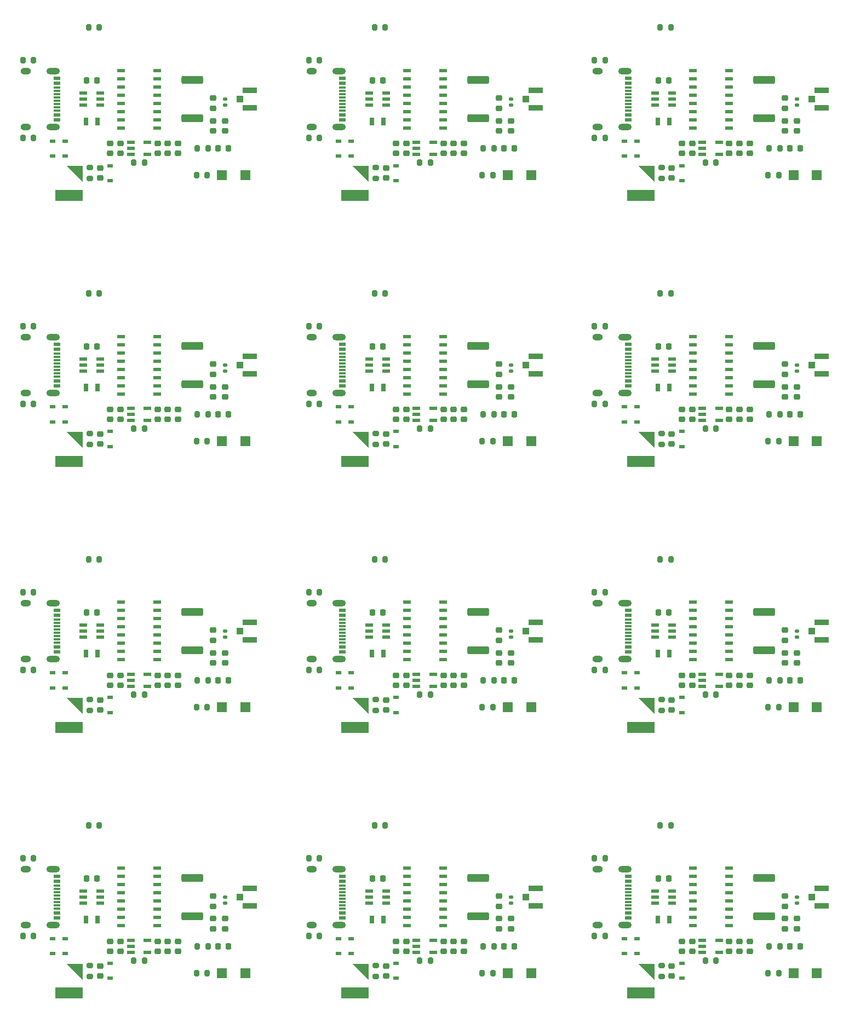
<source format=gtp>
%TF.GenerationSoftware,KiCad,Pcbnew,9.0.1*%
%TF.CreationDate,2025-04-15T12:31:11-06:00*%
%TF.ProjectId,SparkFun_GNSS_DAN-F10N_panelized,53706172-6b46-4756-9e5f-474e53535f44,rev?*%
%TF.SameCoordinates,Original*%
%TF.FileFunction,Paste,Top*%
%TF.FilePolarity,Positive*%
%FSLAX46Y46*%
G04 Gerber Fmt 4.6, Leading zero omitted, Abs format (unit mm)*
G04 Created by KiCad (PCBNEW 9.0.1) date 2025-04-15 12:31:11*
%MOMM*%
%LPD*%
G01*
G04 APERTURE LIST*
G04 Aperture macros list*
%AMRoundRect*
0 Rectangle with rounded corners*
0 $1 Rounding radius*
0 $2 $3 $4 $5 $6 $7 $8 $9 X,Y pos of 4 corners*
0 Add a 4 corners polygon primitive as box body*
4,1,4,$2,$3,$4,$5,$6,$7,$8,$9,$2,$3,0*
0 Add four circle primitives for the rounded corners*
1,1,$1+$1,$2,$3*
1,1,$1+$1,$4,$5*
1,1,$1+$1,$6,$7*
1,1,$1+$1,$8,$9*
0 Add four rect primitives between the rounded corners*
20,1,$1+$1,$2,$3,$4,$5,0*
20,1,$1+$1,$4,$5,$6,$7,0*
20,1,$1+$1,$6,$7,$8,$9,0*
20,1,$1+$1,$8,$9,$2,$3,0*%
G04 Aperture macros list end*
%ADD10C,0.000000*%
%ADD11RoundRect,0.200000X-0.275000X0.200000X-0.275000X-0.200000X0.275000X-0.200000X0.275000X0.200000X0*%
%ADD12R,1.500000X1.600000*%
%ADD13R,0.830000X0.630000*%
%ADD14RoundRect,0.225000X-0.250000X0.225000X-0.250000X-0.225000X0.250000X-0.225000X0.250000X0.225000X0*%
%ADD15R,1.200000X0.550000*%
%ADD16R,1.050000X1.000000*%
%ADD17R,2.200000X0.850000*%
%ADD18RoundRect,0.225000X0.250000X-0.225000X0.250000X0.225000X-0.250000X0.225000X-0.250000X-0.225000X0*%
%ADD19RoundRect,0.225000X-0.225000X-0.250000X0.225000X-0.250000X0.225000X0.250000X-0.225000X0.250000X0*%
%ADD20R,1.200000X0.600000*%
%ADD21RoundRect,0.200000X0.200000X0.275000X-0.200000X0.275000X-0.200000X-0.275000X0.200000X-0.275000X0*%
%ADD22RoundRect,0.250000X-1.425000X0.362500X-1.425000X-0.362500X1.425000X-0.362500X1.425000X0.362500X0*%
%ADD23R,0.800000X1.200000*%
%ADD24RoundRect,0.200000X-0.200000X-0.275000X0.200000X-0.275000X0.200000X0.275000X-0.200000X0.275000X0*%
%ADD25RoundRect,0.140000X0.170000X-0.140000X0.170000X0.140000X-0.170000X0.140000X-0.170000X-0.140000X0*%
%ADD26RoundRect,0.218750X0.218750X0.256250X-0.218750X0.256250X-0.218750X-0.256250X0.218750X-0.256250X0*%
%ADD27R,1.000000X0.300000*%
%ADD28R,1.000000X0.600000*%
%ADD29O,1.600000X1.000000*%
%ADD30O,2.100000X1.000000*%
G04 APERTURE END LIST*
D10*
%TO.C,BT1*%
G36*
X99971000Y130942145D02*
G01*
X97485645Y133427500D01*
X99971000Y133427500D01*
X99971000Y130942145D01*
G37*
G36*
X99966000Y128022500D02*
G01*
X95766000Y128022500D01*
X95766000Y129722500D01*
X99966000Y129722500D01*
X99966000Y128022500D01*
G37*
G36*
X99971000Y89802145D02*
G01*
X97485645Y92287500D01*
X99971000Y92287500D01*
X99971000Y89802145D01*
G37*
G36*
X99966000Y86882500D02*
G01*
X95766000Y86882500D01*
X95766000Y88582500D01*
X99966000Y88582500D01*
X99966000Y86882500D01*
G37*
G36*
X99971000Y48662145D02*
G01*
X97485645Y51147500D01*
X99971000Y51147500D01*
X99971000Y48662145D01*
G37*
G36*
X99966000Y45742500D02*
G01*
X95766000Y45742500D01*
X95766000Y47442500D01*
X99966000Y47442500D01*
X99966000Y45742500D01*
G37*
G36*
X99971000Y7522145D02*
G01*
X97485645Y10007500D01*
X99971000Y10007500D01*
X99971000Y7522145D01*
G37*
G36*
X99966000Y4602500D02*
G01*
X95766000Y4602500D01*
X95766000Y6302500D01*
X99966000Y6302500D01*
X99966000Y4602500D01*
G37*
G36*
X55783000Y130942145D02*
G01*
X53297645Y133427500D01*
X55783000Y133427500D01*
X55783000Y130942145D01*
G37*
G36*
X55778000Y128022500D02*
G01*
X51578000Y128022500D01*
X51578000Y129722500D01*
X55778000Y129722500D01*
X55778000Y128022500D01*
G37*
G36*
X55783000Y89802145D02*
G01*
X53297645Y92287500D01*
X55783000Y92287500D01*
X55783000Y89802145D01*
G37*
G36*
X55778000Y86882500D02*
G01*
X51578000Y86882500D01*
X51578000Y88582500D01*
X55778000Y88582500D01*
X55778000Y86882500D01*
G37*
G36*
X55783000Y48662145D02*
G01*
X53297645Y51147500D01*
X55783000Y51147500D01*
X55783000Y48662145D01*
G37*
G36*
X55778000Y45742500D02*
G01*
X51578000Y45742500D01*
X51578000Y47442500D01*
X55778000Y47442500D01*
X55778000Y45742500D01*
G37*
G36*
X55783000Y7522145D02*
G01*
X53297645Y10007500D01*
X55783000Y10007500D01*
X55783000Y7522145D01*
G37*
G36*
X55778000Y4602500D02*
G01*
X51578000Y4602500D01*
X51578000Y6302500D01*
X55778000Y6302500D01*
X55778000Y4602500D01*
G37*
G36*
X11595000Y130942145D02*
G01*
X9109645Y133427500D01*
X11595000Y133427500D01*
X11595000Y130942145D01*
G37*
G36*
X11590000Y128022500D02*
G01*
X7390000Y128022500D01*
X7390000Y129722500D01*
X11590000Y129722500D01*
X11590000Y128022500D01*
G37*
G36*
X11595000Y89802145D02*
G01*
X9109645Y92287500D01*
X11595000Y92287500D01*
X11595000Y89802145D01*
G37*
G36*
X11590000Y86882500D02*
G01*
X7390000Y86882500D01*
X7390000Y88582500D01*
X11590000Y88582500D01*
X11590000Y86882500D01*
G37*
G36*
X11595000Y48662145D02*
G01*
X9109645Y51147500D01*
X11595000Y51147500D01*
X11595000Y48662145D01*
G37*
G36*
X11590000Y45742500D02*
G01*
X7390000Y45742500D01*
X7390000Y47442500D01*
X11590000Y47442500D01*
X11590000Y45742500D01*
G37*
G36*
X11595000Y7522145D02*
G01*
X9109645Y10007500D01*
X11595000Y10007500D01*
X11595000Y7522145D01*
G37*
G36*
X11590000Y4602500D02*
G01*
X7390000Y4602500D01*
X7390000Y6302500D01*
X11590000Y6302500D01*
X11590000Y4602500D01*
G37*
%TD*%
D11*
%TO.C,R7*%
X101076000Y133135000D03*
X101076000Y131485000D03*
%TD*%
%TO.C,R7*%
X101076000Y91995000D03*
X101076000Y90345000D03*
%TD*%
%TO.C,R7*%
X101076000Y50855000D03*
X101076000Y49205000D03*
%TD*%
%TO.C,R7*%
X101076000Y9715000D03*
X101076000Y8065000D03*
%TD*%
%TO.C,R7*%
X56888000Y133135000D03*
X56888000Y131485000D03*
%TD*%
%TO.C,R7*%
X56888000Y91995000D03*
X56888000Y90345000D03*
%TD*%
%TO.C,R7*%
X56888000Y50855000D03*
X56888000Y49205000D03*
%TD*%
%TO.C,R7*%
X56888000Y9715000D03*
X56888000Y8065000D03*
%TD*%
%TO.C,R7*%
X12700000Y133135000D03*
X12700000Y131485000D03*
%TD*%
%TO.C,R7*%
X12700000Y91995000D03*
X12700000Y90345000D03*
%TD*%
%TO.C,R7*%
X12700000Y50855000D03*
X12700000Y49205000D03*
%TD*%
D12*
%TO.C,D6*%
X125101000Y131992500D03*
X121501000Y131992500D03*
%TD*%
%TO.C,D6*%
X125101000Y90852500D03*
X121501000Y90852500D03*
%TD*%
%TO.C,D6*%
X125101000Y49712500D03*
X121501000Y49712500D03*
%TD*%
%TO.C,D6*%
X125101000Y8572500D03*
X121501000Y8572500D03*
%TD*%
%TO.C,D6*%
X80913000Y131992500D03*
X77313000Y131992500D03*
%TD*%
%TO.C,D6*%
X80913000Y90852500D03*
X77313000Y90852500D03*
%TD*%
%TO.C,D6*%
X80913000Y49712500D03*
X77313000Y49712500D03*
%TD*%
%TO.C,D6*%
X80913000Y8572500D03*
X77313000Y8572500D03*
%TD*%
%TO.C,D6*%
X36725000Y131992500D03*
X33125000Y131992500D03*
%TD*%
%TO.C,D6*%
X36725000Y90852500D03*
X33125000Y90852500D03*
%TD*%
%TO.C,D6*%
X36725000Y49712500D03*
X33125000Y49712500D03*
%TD*%
D13*
%TO.C,D3*%
X95361000Y134970000D03*
X95361000Y137270000D03*
%TD*%
%TO.C,D3*%
X95361000Y93830000D03*
X95361000Y96130000D03*
%TD*%
%TO.C,D3*%
X95361000Y52690000D03*
X95361000Y54990000D03*
%TD*%
%TO.C,D3*%
X95361000Y11550000D03*
X95361000Y13850000D03*
%TD*%
%TO.C,D3*%
X51173000Y134970000D03*
X51173000Y137270000D03*
%TD*%
%TO.C,D3*%
X51173000Y93830000D03*
X51173000Y96130000D03*
%TD*%
%TO.C,D3*%
X51173000Y52690000D03*
X51173000Y54990000D03*
%TD*%
%TO.C,D3*%
X51173000Y11550000D03*
X51173000Y13850000D03*
%TD*%
%TO.C,D3*%
X6985000Y134970000D03*
X6985000Y137270000D03*
%TD*%
%TO.C,D3*%
X6985000Y93830000D03*
X6985000Y96130000D03*
%TD*%
%TO.C,D3*%
X6985000Y52690000D03*
X6985000Y54990000D03*
%TD*%
D14*
%TO.C,C17*%
X114728500Y136895000D03*
X114728500Y135345000D03*
%TD*%
%TO.C,C17*%
X114728500Y95755000D03*
X114728500Y94205000D03*
%TD*%
%TO.C,C17*%
X114728500Y54615000D03*
X114728500Y53065000D03*
%TD*%
%TO.C,C17*%
X114728500Y13475000D03*
X114728500Y11925000D03*
%TD*%
%TO.C,C17*%
X70540500Y136895000D03*
X70540500Y135345000D03*
%TD*%
%TO.C,C17*%
X70540500Y95755000D03*
X70540500Y94205000D03*
%TD*%
%TO.C,C17*%
X70540500Y54615000D03*
X70540500Y53065000D03*
%TD*%
%TO.C,C17*%
X70540500Y13475000D03*
X70540500Y11925000D03*
%TD*%
%TO.C,C17*%
X26352500Y136895000D03*
X26352500Y135345000D03*
%TD*%
%TO.C,C17*%
X26352500Y95755000D03*
X26352500Y94205000D03*
%TD*%
%TO.C,C17*%
X26352500Y54615000D03*
X26352500Y53065000D03*
%TD*%
D13*
%TO.C,D2*%
X97266000Y134970000D03*
X97266000Y137270000D03*
%TD*%
%TO.C,D2*%
X97266000Y93830000D03*
X97266000Y96130000D03*
%TD*%
%TO.C,D2*%
X97266000Y52690000D03*
X97266000Y54990000D03*
%TD*%
%TO.C,D2*%
X97266000Y11550000D03*
X97266000Y13850000D03*
%TD*%
%TO.C,D2*%
X53078000Y134970000D03*
X53078000Y137270000D03*
%TD*%
%TO.C,D2*%
X53078000Y93830000D03*
X53078000Y96130000D03*
%TD*%
%TO.C,D2*%
X53078000Y52690000D03*
X53078000Y54990000D03*
%TD*%
%TO.C,D2*%
X53078000Y11550000D03*
X53078000Y13850000D03*
%TD*%
%TO.C,D2*%
X8890000Y134970000D03*
X8890000Y137270000D03*
%TD*%
%TO.C,D2*%
X8890000Y93830000D03*
X8890000Y96130000D03*
%TD*%
%TO.C,D2*%
X8890000Y52690000D03*
X8890000Y54990000D03*
%TD*%
D14*
%TO.C,C14*%
X104251000Y136895000D03*
X104251000Y135345000D03*
%TD*%
%TO.C,C14*%
X104251000Y95755000D03*
X104251000Y94205000D03*
%TD*%
%TO.C,C14*%
X104251000Y54615000D03*
X104251000Y53065000D03*
%TD*%
%TO.C,C14*%
X104251000Y13475000D03*
X104251000Y11925000D03*
%TD*%
%TO.C,C14*%
X60063000Y136895000D03*
X60063000Y135345000D03*
%TD*%
%TO.C,C14*%
X60063000Y95755000D03*
X60063000Y94205000D03*
%TD*%
%TO.C,C14*%
X60063000Y54615000D03*
X60063000Y53065000D03*
%TD*%
%TO.C,C14*%
X60063000Y13475000D03*
X60063000Y11925000D03*
%TD*%
%TO.C,C14*%
X15875000Y136895000D03*
X15875000Y135345000D03*
%TD*%
%TO.C,C14*%
X15875000Y95755000D03*
X15875000Y94205000D03*
%TD*%
%TO.C,C14*%
X15875000Y54615000D03*
X15875000Y53065000D03*
%TD*%
D15*
%TO.C,U1*%
X102693600Y142790000D03*
X102693600Y143740000D03*
X102693600Y144690000D03*
X100093400Y144690000D03*
X100093500Y143740000D03*
X100093400Y142790000D03*
%TD*%
%TO.C,U1*%
X102693600Y101650000D03*
X102693600Y102600000D03*
X102693600Y103550000D03*
X100093400Y103550000D03*
X100093500Y102600000D03*
X100093400Y101650000D03*
%TD*%
%TO.C,U1*%
X102693600Y60510000D03*
X102693600Y61460000D03*
X102693600Y62410000D03*
X100093400Y62410000D03*
X100093500Y61460000D03*
X100093400Y60510000D03*
%TD*%
%TO.C,U1*%
X102693600Y19370000D03*
X102693600Y20320000D03*
X102693600Y21270000D03*
X100093400Y21270000D03*
X100093500Y20320000D03*
X100093400Y19370000D03*
%TD*%
%TO.C,U1*%
X58505600Y142790000D03*
X58505600Y143740000D03*
X58505600Y144690000D03*
X55905400Y144690000D03*
X55905500Y143740000D03*
X55905400Y142790000D03*
%TD*%
%TO.C,U1*%
X58505600Y101650000D03*
X58505600Y102600000D03*
X58505600Y103550000D03*
X55905400Y103550000D03*
X55905500Y102600000D03*
X55905400Y101650000D03*
%TD*%
%TO.C,U1*%
X58505600Y60510000D03*
X58505600Y61460000D03*
X58505600Y62410000D03*
X55905400Y62410000D03*
X55905500Y61460000D03*
X55905400Y60510000D03*
%TD*%
%TO.C,U1*%
X58505600Y19370000D03*
X58505600Y20320000D03*
X58505600Y21270000D03*
X55905400Y21270000D03*
X55905500Y20320000D03*
X55905400Y19370000D03*
%TD*%
%TO.C,U1*%
X14317600Y142790000D03*
X14317600Y143740000D03*
X14317600Y144690000D03*
X11717400Y144690000D03*
X11717500Y143740000D03*
X11717400Y142790000D03*
%TD*%
%TO.C,U1*%
X14317600Y101650000D03*
X14317600Y102600000D03*
X14317600Y103550000D03*
X11717400Y103550000D03*
X11717500Y102600000D03*
X11717400Y101650000D03*
%TD*%
%TO.C,U1*%
X14317600Y60510000D03*
X14317600Y61460000D03*
X14317600Y62410000D03*
X11717400Y62410000D03*
X11717500Y61460000D03*
X11717400Y60510000D03*
%TD*%
D16*
%TO.C,J4*%
X124316000Y143740000D03*
D17*
X125841000Y142365000D03*
X125841000Y145115000D03*
%TD*%
D16*
%TO.C,J4*%
X124316000Y102600000D03*
D17*
X125841000Y101225000D03*
X125841000Y103975000D03*
%TD*%
D16*
%TO.C,J4*%
X124316000Y61460000D03*
D17*
X125841000Y60085000D03*
X125841000Y62835000D03*
%TD*%
D16*
%TO.C,J4*%
X124316000Y20320000D03*
D17*
X125841000Y18945000D03*
X125841000Y21695000D03*
%TD*%
D16*
%TO.C,J4*%
X80128000Y143740000D03*
D17*
X81653000Y142365000D03*
X81653000Y145115000D03*
%TD*%
D16*
%TO.C,J4*%
X80128000Y102600000D03*
D17*
X81653000Y101225000D03*
X81653000Y103975000D03*
%TD*%
D16*
%TO.C,J4*%
X80128000Y61460000D03*
D17*
X81653000Y60085000D03*
X81653000Y62835000D03*
%TD*%
D16*
%TO.C,J4*%
X80128000Y20320000D03*
D17*
X81653000Y18945000D03*
X81653000Y21695000D03*
%TD*%
D16*
%TO.C,J4*%
X35940000Y143740000D03*
D17*
X37465000Y142365000D03*
X37465000Y145115000D03*
%TD*%
D16*
%TO.C,J4*%
X35940000Y102600000D03*
D17*
X37465000Y101225000D03*
X37465000Y103975000D03*
%TD*%
D16*
%TO.C,J4*%
X35940000Y61460000D03*
D17*
X37465000Y60085000D03*
X37465000Y62835000D03*
%TD*%
D18*
%TO.C,L1*%
X120126000Y142330000D03*
X120126000Y143880000D03*
%TD*%
%TO.C,L1*%
X120126000Y101190000D03*
X120126000Y102740000D03*
%TD*%
%TO.C,L1*%
X120126000Y60050000D03*
X120126000Y61600000D03*
%TD*%
%TO.C,L1*%
X120126000Y18910000D03*
X120126000Y20460000D03*
%TD*%
%TO.C,L1*%
X75938000Y142330000D03*
X75938000Y143880000D03*
%TD*%
%TO.C,L1*%
X75938000Y101190000D03*
X75938000Y102740000D03*
%TD*%
%TO.C,L1*%
X75938000Y60050000D03*
X75938000Y61600000D03*
%TD*%
%TO.C,L1*%
X75938000Y18910000D03*
X75938000Y20460000D03*
%TD*%
%TO.C,L1*%
X31750000Y142330000D03*
X31750000Y143880000D03*
%TD*%
%TO.C,L1*%
X31750000Y101190000D03*
X31750000Y102740000D03*
%TD*%
%TO.C,L1*%
X31750000Y60050000D03*
X31750000Y61600000D03*
%TD*%
D19*
%TO.C,C10*%
X100618500Y146597500D03*
X102168500Y146597500D03*
%TD*%
%TO.C,C10*%
X100618500Y105457500D03*
X102168500Y105457500D03*
%TD*%
%TO.C,C10*%
X100618500Y64317500D03*
X102168500Y64317500D03*
%TD*%
%TO.C,C10*%
X100618500Y23177500D03*
X102168500Y23177500D03*
%TD*%
%TO.C,C10*%
X56430500Y146597500D03*
X57980500Y146597500D03*
%TD*%
%TO.C,C10*%
X56430500Y105457500D03*
X57980500Y105457500D03*
%TD*%
%TO.C,C10*%
X56430500Y64317500D03*
X57980500Y64317500D03*
%TD*%
%TO.C,C10*%
X56430500Y23177500D03*
X57980500Y23177500D03*
%TD*%
%TO.C,C10*%
X12242500Y146597500D03*
X13792500Y146597500D03*
%TD*%
%TO.C,C10*%
X12242500Y105457500D03*
X13792500Y105457500D03*
%TD*%
%TO.C,C10*%
X12242500Y64317500D03*
X13792500Y64317500D03*
%TD*%
D20*
%TO.C,U4*%
X105896000Y148185000D03*
X105896000Y146915000D03*
X105896000Y145645000D03*
X105896000Y144375000D03*
X105896000Y143105000D03*
X105896000Y141835000D03*
X105896000Y140565000D03*
X105896000Y139295000D03*
X111496000Y139295000D03*
X111496000Y140565000D03*
X111496000Y141835000D03*
X111496000Y143105000D03*
X111496000Y144375000D03*
X111496000Y145645000D03*
X111496000Y146915000D03*
X111496000Y148185000D03*
%TD*%
%TO.C,U4*%
X105896000Y107045000D03*
X105896000Y105775000D03*
X105896000Y104505000D03*
X105896000Y103235000D03*
X105896000Y101965000D03*
X105896000Y100695000D03*
X105896000Y99425000D03*
X105896000Y98155000D03*
X111496000Y98155000D03*
X111496000Y99425000D03*
X111496000Y100695000D03*
X111496000Y101965000D03*
X111496000Y103235000D03*
X111496000Y104505000D03*
X111496000Y105775000D03*
X111496000Y107045000D03*
%TD*%
%TO.C,U4*%
X105896000Y65905000D03*
X105896000Y64635000D03*
X105896000Y63365000D03*
X105896000Y62095000D03*
X105896000Y60825000D03*
X105896000Y59555000D03*
X105896000Y58285000D03*
X105896000Y57015000D03*
X111496000Y57015000D03*
X111496000Y58285000D03*
X111496000Y59555000D03*
X111496000Y60825000D03*
X111496000Y62095000D03*
X111496000Y63365000D03*
X111496000Y64635000D03*
X111496000Y65905000D03*
%TD*%
%TO.C,U4*%
X105896000Y24765000D03*
X105896000Y23495000D03*
X105896000Y22225000D03*
X105896000Y20955000D03*
X105896000Y19685000D03*
X105896000Y18415000D03*
X105896000Y17145000D03*
X105896000Y15875000D03*
X111496000Y15875000D03*
X111496000Y17145000D03*
X111496000Y18415000D03*
X111496000Y19685000D03*
X111496000Y20955000D03*
X111496000Y22225000D03*
X111496000Y23495000D03*
X111496000Y24765000D03*
%TD*%
%TO.C,U4*%
X61708000Y148185000D03*
X61708000Y146915000D03*
X61708000Y145645000D03*
X61708000Y144375000D03*
X61708000Y143105000D03*
X61708000Y141835000D03*
X61708000Y140565000D03*
X61708000Y139295000D03*
X67308000Y139295000D03*
X67308000Y140565000D03*
X67308000Y141835000D03*
X67308000Y143105000D03*
X67308000Y144375000D03*
X67308000Y145645000D03*
X67308000Y146915000D03*
X67308000Y148185000D03*
%TD*%
%TO.C,U4*%
X61708000Y107045000D03*
X61708000Y105775000D03*
X61708000Y104505000D03*
X61708000Y103235000D03*
X61708000Y101965000D03*
X61708000Y100695000D03*
X61708000Y99425000D03*
X61708000Y98155000D03*
X67308000Y98155000D03*
X67308000Y99425000D03*
X67308000Y100695000D03*
X67308000Y101965000D03*
X67308000Y103235000D03*
X67308000Y104505000D03*
X67308000Y105775000D03*
X67308000Y107045000D03*
%TD*%
%TO.C,U4*%
X61708000Y65905000D03*
X61708000Y64635000D03*
X61708000Y63365000D03*
X61708000Y62095000D03*
X61708000Y60825000D03*
X61708000Y59555000D03*
X61708000Y58285000D03*
X61708000Y57015000D03*
X67308000Y57015000D03*
X67308000Y58285000D03*
X67308000Y59555000D03*
X67308000Y60825000D03*
X67308000Y62095000D03*
X67308000Y63365000D03*
X67308000Y64635000D03*
X67308000Y65905000D03*
%TD*%
%TO.C,U4*%
X61708000Y24765000D03*
X61708000Y23495000D03*
X61708000Y22225000D03*
X61708000Y20955000D03*
X61708000Y19685000D03*
X61708000Y18415000D03*
X61708000Y17145000D03*
X61708000Y15875000D03*
X67308000Y15875000D03*
X67308000Y17145000D03*
X67308000Y18415000D03*
X67308000Y19685000D03*
X67308000Y20955000D03*
X67308000Y22225000D03*
X67308000Y23495000D03*
X67308000Y24765000D03*
%TD*%
%TO.C,U4*%
X17520000Y148185000D03*
X17520000Y146915000D03*
X17520000Y145645000D03*
X17520000Y144375000D03*
X17520000Y143105000D03*
X17520000Y141835000D03*
X17520000Y140565000D03*
X17520000Y139295000D03*
X23120000Y139295000D03*
X23120000Y140565000D03*
X23120000Y141835000D03*
X23120000Y143105000D03*
X23120000Y144375000D03*
X23120000Y145645000D03*
X23120000Y146915000D03*
X23120000Y148185000D03*
%TD*%
%TO.C,U4*%
X17520000Y107045000D03*
X17520000Y105775000D03*
X17520000Y104505000D03*
X17520000Y103235000D03*
X17520000Y101965000D03*
X17520000Y100695000D03*
X17520000Y99425000D03*
X17520000Y98155000D03*
X23120000Y98155000D03*
X23120000Y99425000D03*
X23120000Y100695000D03*
X23120000Y101965000D03*
X23120000Y103235000D03*
X23120000Y104505000D03*
X23120000Y105775000D03*
X23120000Y107045000D03*
%TD*%
%TO.C,U4*%
X17520000Y65905000D03*
X17520000Y64635000D03*
X17520000Y63365000D03*
X17520000Y62095000D03*
X17520000Y60825000D03*
X17520000Y59555000D03*
X17520000Y58285000D03*
X17520000Y57015000D03*
X23120000Y57015000D03*
X23120000Y58285000D03*
X23120000Y59555000D03*
X23120000Y60825000D03*
X23120000Y62095000D03*
X23120000Y63365000D03*
X23120000Y64635000D03*
X23120000Y65905000D03*
%TD*%
D21*
%TO.C,R3*%
X102536000Y154852500D03*
X100886000Y154852500D03*
%TD*%
%TO.C,R3*%
X102536000Y113712500D03*
X100886000Y113712500D03*
%TD*%
%TO.C,R3*%
X102536000Y72572500D03*
X100886000Y72572500D03*
%TD*%
%TO.C,R3*%
X102536000Y31432500D03*
X100886000Y31432500D03*
%TD*%
%TO.C,R3*%
X58348000Y154852500D03*
X56698000Y154852500D03*
%TD*%
%TO.C,R3*%
X58348000Y113712500D03*
X56698000Y113712500D03*
%TD*%
%TO.C,R3*%
X58348000Y72572500D03*
X56698000Y72572500D03*
%TD*%
%TO.C,R3*%
X58348000Y31432500D03*
X56698000Y31432500D03*
%TD*%
%TO.C,R3*%
X14160000Y154852500D03*
X12510000Y154852500D03*
%TD*%
%TO.C,R3*%
X14160000Y113712500D03*
X12510000Y113712500D03*
%TD*%
%TO.C,R3*%
X14160000Y72572500D03*
X12510000Y72572500D03*
%TD*%
D14*
%TO.C,C7*%
X105838500Y136895000D03*
X105838500Y135345000D03*
%TD*%
%TO.C,C7*%
X105838500Y95755000D03*
X105838500Y94205000D03*
%TD*%
%TO.C,C7*%
X105838500Y54615000D03*
X105838500Y53065000D03*
%TD*%
%TO.C,C7*%
X105838500Y13475000D03*
X105838500Y11925000D03*
%TD*%
%TO.C,C7*%
X61650500Y136895000D03*
X61650500Y135345000D03*
%TD*%
%TO.C,C7*%
X61650500Y95755000D03*
X61650500Y94205000D03*
%TD*%
%TO.C,C7*%
X61650500Y54615000D03*
X61650500Y53065000D03*
%TD*%
%TO.C,C7*%
X61650500Y13475000D03*
X61650500Y11925000D03*
%TD*%
%TO.C,C7*%
X17462500Y136895000D03*
X17462500Y135345000D03*
%TD*%
%TO.C,C7*%
X17462500Y95755000D03*
X17462500Y94205000D03*
%TD*%
%TO.C,C7*%
X17462500Y54615000D03*
X17462500Y53065000D03*
%TD*%
D22*
%TO.C,R6*%
X116951000Y146702500D03*
X116951000Y140777500D03*
%TD*%
%TO.C,R6*%
X116951000Y105562500D03*
X116951000Y99637500D03*
%TD*%
%TO.C,R6*%
X116951000Y64422500D03*
X116951000Y58497500D03*
%TD*%
%TO.C,R6*%
X116951000Y23282500D03*
X116951000Y17357500D03*
%TD*%
%TO.C,R6*%
X72763000Y146702500D03*
X72763000Y140777500D03*
%TD*%
%TO.C,R6*%
X72763000Y105562500D03*
X72763000Y99637500D03*
%TD*%
%TO.C,R6*%
X72763000Y64422500D03*
X72763000Y58497500D03*
%TD*%
%TO.C,R6*%
X72763000Y23282500D03*
X72763000Y17357500D03*
%TD*%
%TO.C,R6*%
X28575000Y146702500D03*
X28575000Y140777500D03*
%TD*%
%TO.C,R6*%
X28575000Y105562500D03*
X28575000Y99637500D03*
%TD*%
%TO.C,R6*%
X28575000Y64422500D03*
X28575000Y58497500D03*
%TD*%
D23*
%TO.C,F1*%
X102293500Y140247500D03*
X100493500Y140247500D03*
%TD*%
%TO.C,F1*%
X102293500Y99107500D03*
X100493500Y99107500D03*
%TD*%
%TO.C,F1*%
X102293500Y57967500D03*
X100493500Y57967500D03*
%TD*%
%TO.C,F1*%
X102293500Y16827500D03*
X100493500Y16827500D03*
%TD*%
%TO.C,F1*%
X58105500Y140247500D03*
X56305500Y140247500D03*
%TD*%
%TO.C,F1*%
X58105500Y99107500D03*
X56305500Y99107500D03*
%TD*%
%TO.C,F1*%
X58105500Y57967500D03*
X56305500Y57967500D03*
%TD*%
%TO.C,F1*%
X58105500Y16827500D03*
X56305500Y16827500D03*
%TD*%
%TO.C,F1*%
X13917500Y140247500D03*
X12117500Y140247500D03*
%TD*%
%TO.C,F1*%
X13917500Y99107500D03*
X12117500Y99107500D03*
%TD*%
%TO.C,F1*%
X13917500Y57967500D03*
X12117500Y57967500D03*
%TD*%
D15*
%TO.C,U3*%
X107395900Y137070000D03*
X107395900Y136120000D03*
X107395900Y135170000D03*
X109996100Y135170000D03*
X109996100Y137070000D03*
%TD*%
%TO.C,U3*%
X107395900Y95930000D03*
X107395900Y94980000D03*
X107395900Y94030000D03*
X109996100Y94030000D03*
X109996100Y95930000D03*
%TD*%
%TO.C,U3*%
X107395900Y54790000D03*
X107395900Y53840000D03*
X107395900Y52890000D03*
X109996100Y52890000D03*
X109996100Y54790000D03*
%TD*%
%TO.C,U3*%
X107395900Y13650000D03*
X107395900Y12700000D03*
X107395900Y11750000D03*
X109996100Y11750000D03*
X109996100Y13650000D03*
%TD*%
%TO.C,U3*%
X63207900Y137070000D03*
X63207900Y136120000D03*
X63207900Y135170000D03*
X65808100Y135170000D03*
X65808100Y137070000D03*
%TD*%
%TO.C,U3*%
X63207900Y95930000D03*
X63207900Y94980000D03*
X63207900Y94030000D03*
X65808100Y94030000D03*
X65808100Y95930000D03*
%TD*%
%TO.C,U3*%
X63207900Y54790000D03*
X63207900Y53840000D03*
X63207900Y52890000D03*
X65808100Y52890000D03*
X65808100Y54790000D03*
%TD*%
%TO.C,U3*%
X63207900Y13650000D03*
X63207900Y12700000D03*
X63207900Y11750000D03*
X65808100Y11750000D03*
X65808100Y13650000D03*
%TD*%
%TO.C,U3*%
X19019900Y137070000D03*
X19019900Y136120000D03*
X19019900Y135170000D03*
X21620100Y135170000D03*
X21620100Y137070000D03*
%TD*%
%TO.C,U3*%
X19019900Y95930000D03*
X19019900Y94980000D03*
X19019900Y94030000D03*
X21620100Y94030000D03*
X21620100Y95930000D03*
%TD*%
%TO.C,U3*%
X19019900Y54790000D03*
X19019900Y53840000D03*
X19019900Y52890000D03*
X21620100Y52890000D03*
X21620100Y54790000D03*
%TD*%
D24*
%TO.C,R1*%
X90726000Y137707500D03*
X92376000Y137707500D03*
%TD*%
%TO.C,R1*%
X90726000Y96567500D03*
X92376000Y96567500D03*
%TD*%
%TO.C,R1*%
X90726000Y55427500D03*
X92376000Y55427500D03*
%TD*%
%TO.C,R1*%
X90726000Y14287500D03*
X92376000Y14287500D03*
%TD*%
%TO.C,R1*%
X46538000Y137707500D03*
X48188000Y137707500D03*
%TD*%
%TO.C,R1*%
X46538000Y96567500D03*
X48188000Y96567500D03*
%TD*%
%TO.C,R1*%
X46538000Y55427500D03*
X48188000Y55427500D03*
%TD*%
%TO.C,R1*%
X46538000Y14287500D03*
X48188000Y14287500D03*
%TD*%
%TO.C,R1*%
X2350000Y137707500D03*
X4000000Y137707500D03*
%TD*%
%TO.C,R1*%
X2350000Y96567500D03*
X4000000Y96567500D03*
%TD*%
%TO.C,R1*%
X2350000Y55427500D03*
X4000000Y55427500D03*
%TD*%
D25*
%TO.C,D4*%
X122031000Y142780000D03*
X122031000Y143740000D03*
%TD*%
%TO.C,D4*%
X122031000Y101640000D03*
X122031000Y102600000D03*
%TD*%
%TO.C,D4*%
X122031000Y60500000D03*
X122031000Y61460000D03*
%TD*%
%TO.C,D4*%
X122031000Y19360000D03*
X122031000Y20320000D03*
%TD*%
%TO.C,D4*%
X77843000Y142780000D03*
X77843000Y143740000D03*
%TD*%
%TO.C,D4*%
X77843000Y101640000D03*
X77843000Y102600000D03*
%TD*%
%TO.C,D4*%
X77843000Y60500000D03*
X77843000Y61460000D03*
%TD*%
%TO.C,D4*%
X77843000Y19360000D03*
X77843000Y20320000D03*
%TD*%
%TO.C,D4*%
X33655000Y142780000D03*
X33655000Y143740000D03*
%TD*%
%TO.C,D4*%
X33655000Y101640000D03*
X33655000Y102600000D03*
%TD*%
%TO.C,D4*%
X33655000Y60500000D03*
X33655000Y61460000D03*
%TD*%
D14*
%TO.C,C1*%
X122031000Y140387500D03*
X122031000Y138837500D03*
%TD*%
%TO.C,C1*%
X122031000Y99247500D03*
X122031000Y97697500D03*
%TD*%
%TO.C,C1*%
X122031000Y58107500D03*
X122031000Y56557500D03*
%TD*%
%TO.C,C1*%
X122031000Y16967500D03*
X122031000Y15417500D03*
%TD*%
%TO.C,C1*%
X77843000Y140387500D03*
X77843000Y138837500D03*
%TD*%
%TO.C,C1*%
X77843000Y99247500D03*
X77843000Y97697500D03*
%TD*%
%TO.C,C1*%
X77843000Y58107500D03*
X77843000Y56557500D03*
%TD*%
%TO.C,C1*%
X77843000Y16967500D03*
X77843000Y15417500D03*
%TD*%
%TO.C,C1*%
X33655000Y140387500D03*
X33655000Y138837500D03*
%TD*%
%TO.C,C1*%
X33655000Y99247500D03*
X33655000Y97697500D03*
%TD*%
%TO.C,C1*%
X33655000Y58107500D03*
X33655000Y56557500D03*
%TD*%
%TO.C,C15*%
X113141000Y136895000D03*
X113141000Y135345000D03*
%TD*%
%TO.C,C15*%
X113141000Y95755000D03*
X113141000Y94205000D03*
%TD*%
%TO.C,C15*%
X113141000Y54615000D03*
X113141000Y53065000D03*
%TD*%
%TO.C,C15*%
X113141000Y13475000D03*
X113141000Y11925000D03*
%TD*%
%TO.C,C15*%
X68953000Y136895000D03*
X68953000Y135345000D03*
%TD*%
%TO.C,C15*%
X68953000Y95755000D03*
X68953000Y94205000D03*
%TD*%
%TO.C,C15*%
X68953000Y54615000D03*
X68953000Y53065000D03*
%TD*%
%TO.C,C15*%
X68953000Y13475000D03*
X68953000Y11925000D03*
%TD*%
%TO.C,C15*%
X24765000Y136895000D03*
X24765000Y135345000D03*
%TD*%
%TO.C,C15*%
X24765000Y95755000D03*
X24765000Y94205000D03*
%TD*%
%TO.C,C15*%
X24765000Y54615000D03*
X24765000Y53065000D03*
%TD*%
D21*
%TO.C,R12*%
X109521000Y133897500D03*
X107871000Y133897500D03*
%TD*%
%TO.C,R12*%
X109521000Y92757500D03*
X107871000Y92757500D03*
%TD*%
%TO.C,R12*%
X109521000Y51617500D03*
X107871000Y51617500D03*
%TD*%
%TO.C,R12*%
X109521000Y10477500D03*
X107871000Y10477500D03*
%TD*%
%TO.C,R12*%
X65333000Y133897500D03*
X63683000Y133897500D03*
%TD*%
%TO.C,R12*%
X65333000Y92757500D03*
X63683000Y92757500D03*
%TD*%
%TO.C,R12*%
X65333000Y51617500D03*
X63683000Y51617500D03*
%TD*%
%TO.C,R12*%
X65333000Y10477500D03*
X63683000Y10477500D03*
%TD*%
%TO.C,R12*%
X21145000Y133897500D03*
X19495000Y133897500D03*
%TD*%
%TO.C,R12*%
X21145000Y92757500D03*
X19495000Y92757500D03*
%TD*%
%TO.C,R12*%
X21145000Y51617500D03*
X19495000Y51617500D03*
%TD*%
%TO.C,R4*%
X119363500Y136120000D03*
X117713500Y136120000D03*
%TD*%
%TO.C,R4*%
X119363500Y94980000D03*
X117713500Y94980000D03*
%TD*%
%TO.C,R4*%
X119363500Y53840000D03*
X117713500Y53840000D03*
%TD*%
%TO.C,R4*%
X119363500Y12700000D03*
X117713500Y12700000D03*
%TD*%
%TO.C,R4*%
X75175500Y136120000D03*
X73525500Y136120000D03*
%TD*%
%TO.C,R4*%
X75175500Y94980000D03*
X73525500Y94980000D03*
%TD*%
%TO.C,R4*%
X75175500Y53840000D03*
X73525500Y53840000D03*
%TD*%
%TO.C,R4*%
X75175500Y12700000D03*
X73525500Y12700000D03*
%TD*%
%TO.C,R4*%
X30987500Y136120000D03*
X29337500Y136120000D03*
%TD*%
%TO.C,R4*%
X30987500Y94980000D03*
X29337500Y94980000D03*
%TD*%
%TO.C,R4*%
X30987500Y53840000D03*
X29337500Y53840000D03*
%TD*%
D26*
%TO.C,D1*%
X122501000Y136120000D03*
X120926000Y136120000D03*
%TD*%
%TO.C,D1*%
X122501000Y94980000D03*
X120926000Y94980000D03*
%TD*%
%TO.C,D1*%
X122501000Y53840000D03*
X120926000Y53840000D03*
%TD*%
%TO.C,D1*%
X122501000Y12700000D03*
X120926000Y12700000D03*
%TD*%
%TO.C,D1*%
X78313000Y136120000D03*
X76738000Y136120000D03*
%TD*%
%TO.C,D1*%
X78313000Y94980000D03*
X76738000Y94980000D03*
%TD*%
%TO.C,D1*%
X78313000Y53840000D03*
X76738000Y53840000D03*
%TD*%
%TO.C,D1*%
X78313000Y12700000D03*
X76738000Y12700000D03*
%TD*%
%TO.C,D1*%
X34125000Y136120000D03*
X32550000Y136120000D03*
%TD*%
%TO.C,D1*%
X34125000Y94980000D03*
X32550000Y94980000D03*
%TD*%
%TO.C,D1*%
X34125000Y53840000D03*
X32550000Y53840000D03*
%TD*%
D21*
%TO.C,R5*%
X119204750Y131992500D03*
X117554750Y131992500D03*
%TD*%
%TO.C,R5*%
X119204750Y90852500D03*
X117554750Y90852500D03*
%TD*%
%TO.C,R5*%
X119204750Y49712500D03*
X117554750Y49712500D03*
%TD*%
%TO.C,R5*%
X119204750Y8572500D03*
X117554750Y8572500D03*
%TD*%
%TO.C,R5*%
X75016750Y131992500D03*
X73366750Y131992500D03*
%TD*%
%TO.C,R5*%
X75016750Y90852500D03*
X73366750Y90852500D03*
%TD*%
%TO.C,R5*%
X75016750Y49712500D03*
X73366750Y49712500D03*
%TD*%
%TO.C,R5*%
X75016750Y8572500D03*
X73366750Y8572500D03*
%TD*%
%TO.C,R5*%
X30828750Y131992500D03*
X29178750Y131992500D03*
%TD*%
%TO.C,R5*%
X30828750Y90852500D03*
X29178750Y90852500D03*
%TD*%
%TO.C,R5*%
X30828750Y49712500D03*
X29178750Y49712500D03*
%TD*%
D24*
%TO.C,R2*%
X90726000Y149772500D03*
X92376000Y149772500D03*
%TD*%
%TO.C,R2*%
X90726000Y108632500D03*
X92376000Y108632500D03*
%TD*%
%TO.C,R2*%
X90726000Y67492500D03*
X92376000Y67492500D03*
%TD*%
%TO.C,R2*%
X90726000Y26352500D03*
X92376000Y26352500D03*
%TD*%
%TO.C,R2*%
X46538000Y149772500D03*
X48188000Y149772500D03*
%TD*%
%TO.C,R2*%
X46538000Y108632500D03*
X48188000Y108632500D03*
%TD*%
%TO.C,R2*%
X46538000Y67492500D03*
X48188000Y67492500D03*
%TD*%
%TO.C,R2*%
X46538000Y26352500D03*
X48188000Y26352500D03*
%TD*%
%TO.C,R2*%
X2350000Y149772500D03*
X4000000Y149772500D03*
%TD*%
%TO.C,R2*%
X2350000Y108632500D03*
X4000000Y108632500D03*
%TD*%
%TO.C,R2*%
X2350000Y67492500D03*
X4000000Y67492500D03*
%TD*%
D13*
%TO.C,D5*%
X104251000Y133460000D03*
X104251000Y131160000D03*
%TD*%
%TO.C,D5*%
X104251000Y92320000D03*
X104251000Y90020000D03*
%TD*%
%TO.C,D5*%
X104251000Y51180000D03*
X104251000Y48880000D03*
%TD*%
%TO.C,D5*%
X104251000Y10040000D03*
X104251000Y7740000D03*
%TD*%
%TO.C,D5*%
X60063000Y133460000D03*
X60063000Y131160000D03*
%TD*%
%TO.C,D5*%
X60063000Y92320000D03*
X60063000Y90020000D03*
%TD*%
%TO.C,D5*%
X60063000Y51180000D03*
X60063000Y48880000D03*
%TD*%
%TO.C,D5*%
X60063000Y10040000D03*
X60063000Y7740000D03*
%TD*%
%TO.C,D5*%
X15875000Y133460000D03*
X15875000Y131160000D03*
%TD*%
%TO.C,D5*%
X15875000Y92320000D03*
X15875000Y90020000D03*
%TD*%
%TO.C,D5*%
X15875000Y51180000D03*
X15875000Y48880000D03*
%TD*%
D14*
%TO.C,C9*%
X102663500Y133085000D03*
X102663500Y131535000D03*
%TD*%
%TO.C,C9*%
X102663500Y91945000D03*
X102663500Y90395000D03*
%TD*%
%TO.C,C9*%
X102663500Y50805000D03*
X102663500Y49255000D03*
%TD*%
%TO.C,C9*%
X102663500Y9665000D03*
X102663500Y8115000D03*
%TD*%
%TO.C,C9*%
X58475500Y133085000D03*
X58475500Y131535000D03*
%TD*%
%TO.C,C9*%
X58475500Y91945000D03*
X58475500Y90395000D03*
%TD*%
%TO.C,C9*%
X58475500Y50805000D03*
X58475500Y49255000D03*
%TD*%
%TO.C,C9*%
X58475500Y9665000D03*
X58475500Y8115000D03*
%TD*%
%TO.C,C9*%
X14287500Y133085000D03*
X14287500Y131535000D03*
%TD*%
%TO.C,C9*%
X14287500Y91945000D03*
X14287500Y90395000D03*
%TD*%
%TO.C,C9*%
X14287500Y50805000D03*
X14287500Y49255000D03*
%TD*%
%TO.C,C2*%
X120126000Y140387500D03*
X120126000Y138837500D03*
%TD*%
%TO.C,C2*%
X120126000Y99247500D03*
X120126000Y97697500D03*
%TD*%
%TO.C,C2*%
X120126000Y58107500D03*
X120126000Y56557500D03*
%TD*%
%TO.C,C2*%
X120126000Y16967500D03*
X120126000Y15417500D03*
%TD*%
%TO.C,C2*%
X75938000Y140387500D03*
X75938000Y138837500D03*
%TD*%
%TO.C,C2*%
X75938000Y99247500D03*
X75938000Y97697500D03*
%TD*%
%TO.C,C2*%
X75938000Y58107500D03*
X75938000Y56557500D03*
%TD*%
%TO.C,C2*%
X75938000Y16967500D03*
X75938000Y15417500D03*
%TD*%
%TO.C,C2*%
X31750000Y140387500D03*
X31750000Y138837500D03*
%TD*%
%TO.C,C2*%
X31750000Y99247500D03*
X31750000Y97697500D03*
%TD*%
%TO.C,C2*%
X31750000Y58107500D03*
X31750000Y56557500D03*
%TD*%
D27*
%TO.C,J1*%
X95969750Y144990000D03*
X95969750Y143990000D03*
X95969750Y143490000D03*
X95969750Y142490000D03*
X95969750Y141990000D03*
X95969750Y142990000D03*
X95969750Y144490000D03*
X95969750Y145490000D03*
D28*
X95969750Y146965000D03*
X95969750Y140515000D03*
D29*
X91214750Y148058000D03*
D30*
X95394750Y148058000D03*
X95394750Y139422000D03*
D29*
X91214750Y139422000D03*
D28*
X95969750Y146190000D03*
X95969750Y141290000D03*
%TD*%
D27*
%TO.C,J1*%
X95969750Y103850000D03*
X95969750Y102850000D03*
X95969750Y102350000D03*
X95969750Y101350000D03*
X95969750Y100850000D03*
X95969750Y101850000D03*
X95969750Y103350000D03*
X95969750Y104350000D03*
D28*
X95969750Y105825000D03*
X95969750Y99375000D03*
D29*
X91214750Y106918000D03*
D30*
X95394750Y106918000D03*
X95394750Y98282000D03*
D29*
X91214750Y98282000D03*
D28*
X95969750Y105050000D03*
X95969750Y100150000D03*
%TD*%
D27*
%TO.C,J1*%
X95969750Y62710000D03*
X95969750Y61710000D03*
X95969750Y61210000D03*
X95969750Y60210000D03*
X95969750Y59710000D03*
X95969750Y60710000D03*
X95969750Y62210000D03*
X95969750Y63210000D03*
D28*
X95969750Y64685000D03*
X95969750Y58235000D03*
D29*
X91214750Y65778000D03*
D30*
X95394750Y65778000D03*
X95394750Y57142000D03*
D29*
X91214750Y57142000D03*
D28*
X95969750Y63910000D03*
X95969750Y59010000D03*
%TD*%
D27*
%TO.C,J1*%
X95969750Y21570000D03*
X95969750Y20570000D03*
X95969750Y20070000D03*
X95969750Y19070000D03*
X95969750Y18570000D03*
X95969750Y19570000D03*
X95969750Y21070000D03*
X95969750Y22070000D03*
D28*
X95969750Y23545000D03*
X95969750Y17095000D03*
D29*
X91214750Y24638000D03*
D30*
X95394750Y24638000D03*
X95394750Y16002000D03*
D29*
X91214750Y16002000D03*
D28*
X95969750Y22770000D03*
X95969750Y17870000D03*
%TD*%
D27*
%TO.C,J1*%
X51781750Y144990000D03*
X51781750Y143990000D03*
X51781750Y143490000D03*
X51781750Y142490000D03*
X51781750Y141990000D03*
X51781750Y142990000D03*
X51781750Y144490000D03*
X51781750Y145490000D03*
D28*
X51781750Y146965000D03*
X51781750Y140515000D03*
D29*
X47026750Y148058000D03*
D30*
X51206750Y148058000D03*
X51206750Y139422000D03*
D29*
X47026750Y139422000D03*
D28*
X51781750Y146190000D03*
X51781750Y141290000D03*
%TD*%
D27*
%TO.C,J1*%
X51781750Y103850000D03*
X51781750Y102850000D03*
X51781750Y102350000D03*
X51781750Y101350000D03*
X51781750Y100850000D03*
X51781750Y101850000D03*
X51781750Y103350000D03*
X51781750Y104350000D03*
D28*
X51781750Y105825000D03*
X51781750Y99375000D03*
D29*
X47026750Y106918000D03*
D30*
X51206750Y106918000D03*
X51206750Y98282000D03*
D29*
X47026750Y98282000D03*
D28*
X51781750Y105050000D03*
X51781750Y100150000D03*
%TD*%
D27*
%TO.C,J1*%
X51781750Y62710000D03*
X51781750Y61710000D03*
X51781750Y61210000D03*
X51781750Y60210000D03*
X51781750Y59710000D03*
X51781750Y60710000D03*
X51781750Y62210000D03*
X51781750Y63210000D03*
D28*
X51781750Y64685000D03*
X51781750Y58235000D03*
D29*
X47026750Y65778000D03*
D30*
X51206750Y65778000D03*
X51206750Y57142000D03*
D29*
X47026750Y57142000D03*
D28*
X51781750Y63910000D03*
X51781750Y59010000D03*
%TD*%
D27*
%TO.C,J1*%
X51781750Y21570000D03*
X51781750Y20570000D03*
X51781750Y20070000D03*
X51781750Y19070000D03*
X51781750Y18570000D03*
X51781750Y19570000D03*
X51781750Y21070000D03*
X51781750Y22070000D03*
D28*
X51781750Y23545000D03*
X51781750Y17095000D03*
D29*
X47026750Y24638000D03*
D30*
X51206750Y24638000D03*
X51206750Y16002000D03*
D29*
X47026750Y16002000D03*
D28*
X51781750Y22770000D03*
X51781750Y17870000D03*
%TD*%
D27*
%TO.C,J1*%
X7593750Y144990000D03*
X7593750Y143990000D03*
X7593750Y143490000D03*
X7593750Y142490000D03*
X7593750Y141990000D03*
X7593750Y142990000D03*
X7593750Y144490000D03*
X7593750Y145490000D03*
D28*
X7593750Y146965000D03*
X7593750Y140515000D03*
D29*
X2838750Y148058000D03*
D30*
X7018750Y148058000D03*
X7018750Y139422000D03*
D29*
X2838750Y139422000D03*
D28*
X7593750Y146190000D03*
X7593750Y141290000D03*
%TD*%
D27*
%TO.C,J1*%
X7593750Y103850000D03*
X7593750Y102850000D03*
X7593750Y102350000D03*
X7593750Y101350000D03*
X7593750Y100850000D03*
X7593750Y101850000D03*
X7593750Y103350000D03*
X7593750Y104350000D03*
D28*
X7593750Y105825000D03*
X7593750Y99375000D03*
D29*
X2838750Y106918000D03*
D30*
X7018750Y106918000D03*
X7018750Y98282000D03*
D29*
X2838750Y98282000D03*
D28*
X7593750Y105050000D03*
X7593750Y100150000D03*
%TD*%
D27*
%TO.C,J1*%
X7593750Y62710000D03*
X7593750Y61710000D03*
X7593750Y61210000D03*
X7593750Y60210000D03*
X7593750Y59710000D03*
X7593750Y60710000D03*
X7593750Y62210000D03*
X7593750Y63210000D03*
D28*
X7593750Y64685000D03*
X7593750Y58235000D03*
D29*
X2838750Y65778000D03*
D30*
X7018750Y65778000D03*
X7018750Y57142000D03*
D29*
X2838750Y57142000D03*
D28*
X7593750Y63910000D03*
X7593750Y59010000D03*
%TD*%
D14*
%TO.C,C16*%
X111553500Y136895000D03*
X111553500Y135345000D03*
%TD*%
%TO.C,C16*%
X111553500Y95755000D03*
X111553500Y94205000D03*
%TD*%
%TO.C,C16*%
X111553500Y54615000D03*
X111553500Y53065000D03*
%TD*%
%TO.C,C16*%
X111553500Y13475000D03*
X111553500Y11925000D03*
%TD*%
%TO.C,C16*%
X67365500Y136895000D03*
X67365500Y135345000D03*
%TD*%
%TO.C,C16*%
X67365500Y95755000D03*
X67365500Y94205000D03*
%TD*%
%TO.C,C16*%
X67365500Y54615000D03*
X67365500Y53065000D03*
%TD*%
%TO.C,C16*%
X67365500Y13475000D03*
X67365500Y11925000D03*
%TD*%
%TO.C,C16*%
X23177500Y136895000D03*
X23177500Y135345000D03*
%TD*%
%TO.C,C16*%
X23177500Y95755000D03*
X23177500Y94205000D03*
%TD*%
%TO.C,C16*%
X23177500Y54615000D03*
X23177500Y53065000D03*
%TD*%
%TO.C,C16*%
X23177500Y13475000D03*
X23177500Y11925000D03*
%TD*%
D27*
%TO.C,J1*%
X7593750Y21570000D03*
X7593750Y20570000D03*
X7593750Y20070000D03*
X7593750Y19070000D03*
X7593750Y18570000D03*
X7593750Y19570000D03*
X7593750Y21070000D03*
X7593750Y22070000D03*
D28*
X7593750Y23545000D03*
X7593750Y17095000D03*
D29*
X2838750Y24638000D03*
D30*
X7018750Y24638000D03*
X7018750Y16002000D03*
D29*
X2838750Y16002000D03*
D28*
X7593750Y22770000D03*
X7593750Y17870000D03*
%TD*%
D14*
%TO.C,C2*%
X31750000Y16967500D03*
X31750000Y15417500D03*
%TD*%
%TO.C,C9*%
X14287500Y9665000D03*
X14287500Y8115000D03*
%TD*%
D13*
%TO.C,D5*%
X15875000Y10040000D03*
X15875000Y7740000D03*
%TD*%
D24*
%TO.C,R2*%
X2350000Y26352500D03*
X4000000Y26352500D03*
%TD*%
D21*
%TO.C,R5*%
X30828750Y8572500D03*
X29178750Y8572500D03*
%TD*%
D26*
%TO.C,D1*%
X34125000Y12700000D03*
X32550000Y12700000D03*
%TD*%
D21*
%TO.C,R4*%
X30987500Y12700000D03*
X29337500Y12700000D03*
%TD*%
%TO.C,R12*%
X21145000Y10477500D03*
X19495000Y10477500D03*
%TD*%
D14*
%TO.C,C15*%
X24765000Y13475000D03*
X24765000Y11925000D03*
%TD*%
%TO.C,C1*%
X33655000Y16967500D03*
X33655000Y15417500D03*
%TD*%
D25*
%TO.C,D4*%
X33655000Y19360000D03*
X33655000Y20320000D03*
%TD*%
D24*
%TO.C,R1*%
X2350000Y14287500D03*
X4000000Y14287500D03*
%TD*%
D15*
%TO.C,U3*%
X19019900Y13650000D03*
X19019900Y12700000D03*
X19019900Y11750000D03*
X21620100Y11750000D03*
X21620100Y13650000D03*
%TD*%
D23*
%TO.C,F1*%
X13917500Y16827500D03*
X12117500Y16827500D03*
%TD*%
D22*
%TO.C,R6*%
X28575000Y23282500D03*
X28575000Y17357500D03*
%TD*%
D14*
%TO.C,C7*%
X17462500Y13475000D03*
X17462500Y11925000D03*
%TD*%
D21*
%TO.C,R3*%
X14160000Y31432500D03*
X12510000Y31432500D03*
%TD*%
D20*
%TO.C,U4*%
X17520000Y24765000D03*
X17520000Y23495000D03*
X17520000Y22225000D03*
X17520000Y20955000D03*
X17520000Y19685000D03*
X17520000Y18415000D03*
X17520000Y17145000D03*
X17520000Y15875000D03*
X23120000Y15875000D03*
X23120000Y17145000D03*
X23120000Y18415000D03*
X23120000Y19685000D03*
X23120000Y20955000D03*
X23120000Y22225000D03*
X23120000Y23495000D03*
X23120000Y24765000D03*
%TD*%
D19*
%TO.C,C10*%
X12242500Y23177500D03*
X13792500Y23177500D03*
%TD*%
D18*
%TO.C,L1*%
X31750000Y18910000D03*
X31750000Y20460000D03*
%TD*%
D16*
%TO.C,J4*%
X35940000Y20320000D03*
D17*
X37465000Y18945000D03*
X37465000Y21695000D03*
%TD*%
D15*
%TO.C,U1*%
X14317600Y19370000D03*
X14317600Y20320000D03*
X14317600Y21270000D03*
X11717400Y21270000D03*
X11717500Y20320000D03*
X11717400Y19370000D03*
%TD*%
D14*
%TO.C,C14*%
X15875000Y13475000D03*
X15875000Y11925000D03*
%TD*%
D13*
%TO.C,D2*%
X8890000Y11550000D03*
X8890000Y13850000D03*
%TD*%
D14*
%TO.C,C17*%
X26352500Y13475000D03*
X26352500Y11925000D03*
%TD*%
D13*
%TO.C,D3*%
X6985000Y11550000D03*
X6985000Y13850000D03*
%TD*%
D12*
%TO.C,D6*%
X36725000Y8572500D03*
X33125000Y8572500D03*
%TD*%
D11*
%TO.C,R7*%
X12700000Y9715000D03*
X12700000Y8065000D03*
%TD*%
M02*

</source>
